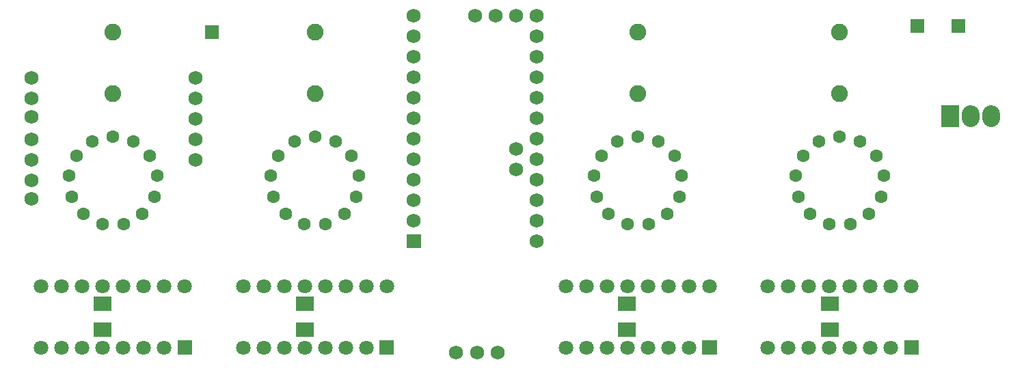
<source format=gts>
G04 Layer: TopSolderMaskLayer*
G04 EasyEDA v6.2.46, 2019-12-05T15:20:42+01:00*
G04 d8fcaf4132fa48e7953a627b650daf80,0734b15ce4794c74ad8cde99a471bf6c,10*
G04 Gerber Generator version 0.2*
G04 Scale: 100 percent, Rotated: No, Reflected: No *
G04 Dimensions in millimeters *
G04 leading zeros omitted , absolute positions ,3 integer and 3 decimal *
%FSLAX33Y33*%
%MOMM*%
G90*
G71D02*

%ADD30C,2.203196*%
%ADD31C,1.727200*%
%ADD34C,1.803197*%
%ADD36R,1.778000X1.778000*%
%ADD37C,1.603248*%
%ADD39C,2.082800*%

%LPD*%
G54D30*
G01X133754Y32623D02*
G01X133754Y33123D01*
G01X131214Y32623D02*
G01X131214Y33123D01*
G54D31*
G01X14882Y22633D03*
G01X14882Y24919D03*
G01X14882Y27459D03*
G01X14882Y29999D03*
G01X14882Y32793D03*
G01X14882Y37619D03*
G01X35202Y37619D03*
G01X35202Y35079D03*
G01X35202Y32539D03*
G01X35202Y29999D03*
G01X35202Y27459D03*
G01X14882Y35079D03*
G36*
G01X127571Y31522D02*
G01X127571Y34225D01*
G01X129776Y34225D01*
G01X129776Y31522D01*
G01X127571Y31522D01*
G37*
G36*
G01X122989Y3288D02*
G01X122989Y5091D01*
G01X124790Y5091D01*
G01X124790Y3288D01*
G01X122989Y3288D01*
G37*
G54D34*
G01X121349Y4190D03*
G01X118809Y4190D03*
G01X116269Y4190D03*
G01X113729Y4190D03*
G01X111189Y4190D03*
G01X108649Y4190D03*
G01X106109Y4190D03*
G01X106109Y11810D03*
G01X108649Y11810D03*
G01X111189Y11810D03*
G01X113729Y11810D03*
G01X116269Y11810D03*
G01X118809Y11810D03*
G01X121349Y11810D03*
G01X123889Y11810D03*
G36*
G01X97988Y3288D02*
G01X97988Y5091D01*
G01X99791Y5091D01*
G01X99791Y3288D01*
G01X97988Y3288D01*
G37*
G01X96349Y4190D03*
G01X93809Y4190D03*
G01X91269Y4190D03*
G01X88729Y4190D03*
G01X86189Y4190D03*
G01X83649Y4190D03*
G01X81109Y4190D03*
G01X81109Y11810D03*
G01X83649Y11810D03*
G01X86189Y11810D03*
G01X88729Y11810D03*
G01X91269Y11810D03*
G01X93809Y11810D03*
G01X96349Y11810D03*
G01X98889Y11810D03*
G36*
G01X57988Y3288D02*
G01X57988Y5091D01*
G01X59791Y5091D01*
G01X59791Y3288D01*
G01X57988Y3288D01*
G37*
G01X56350Y4190D03*
G01X53810Y4190D03*
G01X51270Y4190D03*
G01X48730Y4190D03*
G01X46190Y4190D03*
G01X43650Y4190D03*
G01X41110Y4190D03*
G01X41110Y11810D03*
G01X43650Y11810D03*
G01X46190Y11810D03*
G01X48730Y11810D03*
G01X51270Y11810D03*
G01X53810Y11810D03*
G01X56350Y11810D03*
G01X58890Y11810D03*
G36*
G01X32989Y3288D02*
G01X32989Y5091D01*
G01X34790Y5091D01*
G01X34790Y3288D01*
G01X32989Y3288D01*
G37*
G01X31350Y4190D03*
G01X28810Y4190D03*
G01X26270Y4190D03*
G01X23730Y4190D03*
G01X21190Y4190D03*
G01X18650Y4190D03*
G01X16110Y4190D03*
G01X16110Y11810D03*
G01X18650Y11810D03*
G01X21190Y11810D03*
G01X23730Y11810D03*
G01X26270Y11810D03*
G01X28810Y11810D03*
G01X31350Y11810D03*
G01X33890Y11810D03*
G54D31*
G01X72667Y3537D03*
G01X70063Y3537D03*
G01X67460Y3537D03*
G36*
G01X61389Y16516D02*
G01X61389Y18243D01*
G01X63116Y18243D01*
G01X63116Y16516D01*
G01X61389Y16516D01*
G37*
G01X62253Y19920D03*
G01X62253Y22460D03*
G01X62253Y25000D03*
G01X62253Y27540D03*
G01X62253Y30080D03*
G01X62253Y32620D03*
G01X62253Y35160D03*
G01X62253Y37700D03*
G01X62253Y40240D03*
G01X62253Y42780D03*
G01X62253Y45320D03*
G01X72413Y45320D03*
G01X74953Y45320D03*
G01X77493Y45320D03*
G01X77493Y42780D03*
G01X77493Y40240D03*
G01X77493Y37700D03*
G01X77493Y35160D03*
G01X77493Y32620D03*
G01X77493Y30080D03*
G01X77493Y27540D03*
G01X77493Y25000D03*
G01X77493Y22460D03*
G01X77493Y19920D03*
G01X77493Y17380D03*
G01X74953Y26270D03*
G01X74953Y28810D03*
G01X69873Y45320D03*
G54D36*
G01X37234Y43288D03*
G01X124610Y44050D03*
G01X129690Y44050D03*
G54D37*
G01X25000Y30334D03*
G01X27540Y29699D03*
G01X29521Y27971D03*
G01X30435Y25482D03*
G01X30130Y22891D03*
G01X28632Y20732D03*
G01X26320Y19513D03*
G01X23679Y19513D03*
G01X21367Y20732D03*
G01X19869Y22891D03*
G01X19564Y25508D03*
G01X20478Y27971D03*
G01X22460Y29699D03*
G01X50000Y30334D03*
G01X52540Y29699D03*
G01X54521Y27971D03*
G01X55435Y25482D03*
G01X55130Y22891D03*
G01X53632Y20732D03*
G01X51320Y19513D03*
G01X48679Y19513D03*
G01X46367Y20732D03*
G01X44869Y22891D03*
G01X44564Y25508D03*
G01X45478Y27971D03*
G01X47460Y29699D03*
G01X89999Y30334D03*
G01X92539Y29699D03*
G01X94521Y27971D03*
G01X95435Y25482D03*
G01X95130Y22891D03*
G01X93632Y20732D03*
G01X91320Y19513D03*
G01X88679Y19513D03*
G01X86367Y20732D03*
G01X84869Y22891D03*
G01X84564Y25508D03*
G01X85478Y27971D03*
G01X87459Y29699D03*
G01X114999Y30334D03*
G01X117539Y29699D03*
G01X119521Y27971D03*
G01X120435Y25482D03*
G01X120130Y22891D03*
G01X118632Y20732D03*
G01X116320Y19513D03*
G01X113679Y19513D03*
G01X111367Y20732D03*
G01X109869Y22891D03*
G01X109564Y25508D03*
G01X110478Y27971D03*
G01X112459Y29699D03*
G36*
G01X22585Y5515D02*
G01X22585Y7319D01*
G01X24790Y7319D01*
G01X24790Y5515D01*
G01X22585Y5515D01*
G37*
G36*
G01X22585Y8716D02*
G01X22585Y10519D01*
G01X24790Y10519D01*
G01X24790Y8716D01*
G01X22585Y8716D01*
G37*
G36*
G01X47693Y5515D02*
G01X47693Y7319D01*
G01X49898Y7319D01*
G01X49898Y5515D01*
G01X47693Y5515D01*
G37*
G36*
G01X47693Y8716D02*
G01X47693Y10519D01*
G01X49898Y10519D01*
G01X49898Y8716D01*
G01X47693Y8716D01*
G37*
G36*
G01X87561Y5515D02*
G01X87561Y7319D01*
G01X89766Y7319D01*
G01X89766Y5515D01*
G01X87561Y5515D01*
G37*
G36*
G01X87561Y8716D02*
G01X87561Y10519D01*
G01X89766Y10519D01*
G01X89766Y8716D01*
G01X87561Y8716D01*
G37*
G36*
G01X112669Y5515D02*
G01X112669Y7319D01*
G01X114874Y7319D01*
G01X114874Y5515D01*
G01X112669Y5515D01*
G37*
G36*
G01X112669Y8716D02*
G01X112669Y10519D01*
G01X114874Y10519D01*
G01X114874Y8716D01*
G01X112669Y8716D01*
G37*
G54D39*
G01X25000Y35690D03*
G01X25000Y43310D03*
G01X50000Y35690D03*
G01X50000Y43310D03*
G01X89999Y35690D03*
G01X89999Y43310D03*
G01X114999Y35690D03*
G01X114999Y43310D03*
M00*
M02*

</source>
